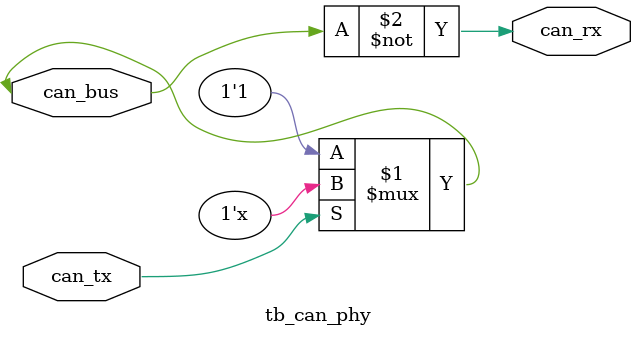
<source format=sv>
`timescale 1ps/1ps


module tb_can_phy(
    input  wire    can_tx,
    output wire    can_rx,
    inout          can_bus    // can_bus = CAN_H - CAN_L
);

assign can_bus = can_tx ? 1'bz : 1'b1;
assign can_rx = ~can_bus;

endmodule
</source>
